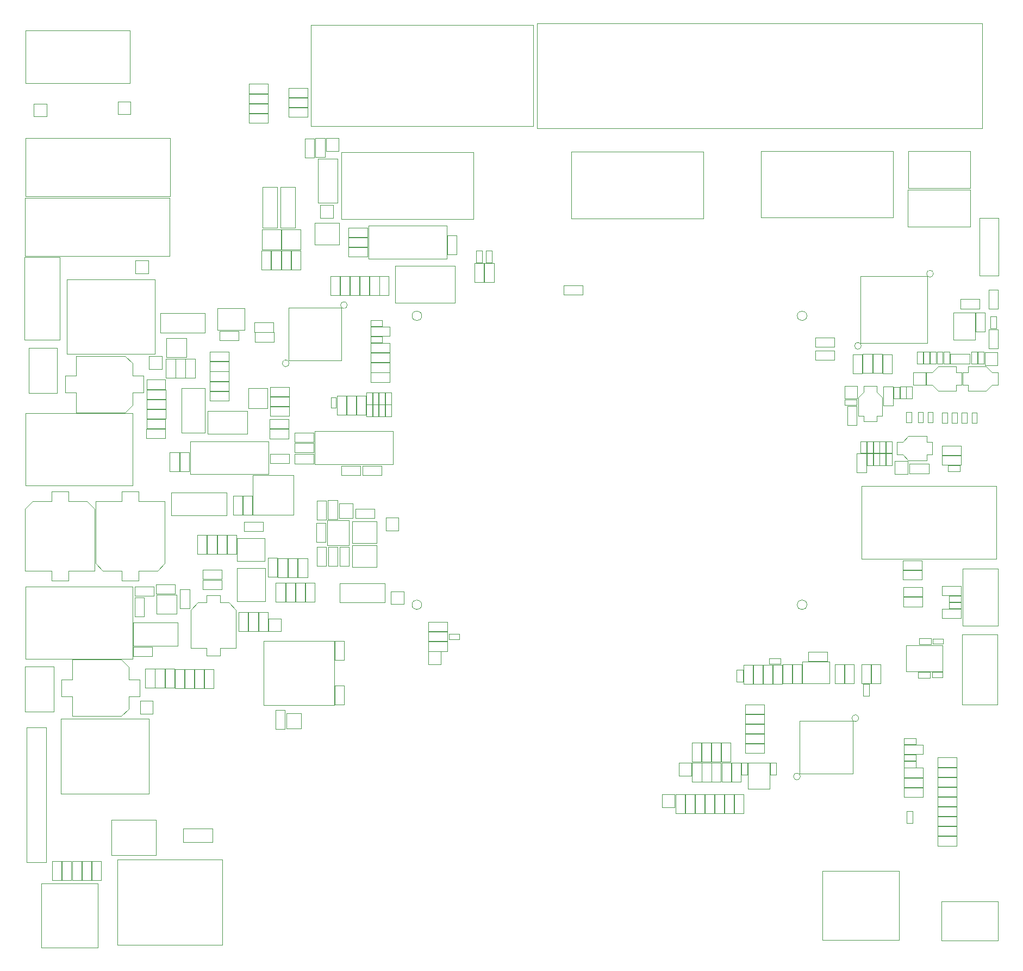
<source format=gbr>
G04 #@! TF.GenerationSoftware,KiCad,Pcbnew,8.0.0-rc1*
G04 #@! TF.CreationDate,2024-10-18T14:45:25+03:00*
G04 #@! TF.ProjectId,Movita_3568_XV_Router_V4.1,4d6f7669-7461-45f3-9335-36385f58565f,REV1*
G04 #@! TF.SameCoordinates,Original*
G04 #@! TF.FileFunction,Other,User*
%FSLAX46Y46*%
G04 Gerber Fmt 4.6, Leading zero omitted, Abs format (unit mm)*
G04 Created by KiCad (PCBNEW 8.0.0-rc1) date 2024-10-18 14:45:25*
%MOMM*%
%LPD*%
G01*
G04 APERTURE LIST*
%ADD10C,0.050000*%
%ADD11C,0.100000*%
G04 APERTURE END LIST*
D10*
X191830000Y-141970000D02*
X194790000Y-141970000D01*
X191830000Y-143430000D02*
X191830000Y-141970000D01*
X194790000Y-141970000D02*
X194790000Y-143430000D01*
X194790000Y-143430000D02*
X191830000Y-143430000D01*
X191710000Y-75720000D02*
X192630000Y-75720000D01*
X191710000Y-77540000D02*
X191710000Y-75720000D01*
X192630000Y-75720000D02*
X192630000Y-77540000D01*
X192630000Y-77540000D02*
X191710000Y-77540000D01*
X181810000Y-89650000D02*
X182730000Y-89650000D01*
X181810000Y-91470000D02*
X181810000Y-89650000D01*
X182730000Y-89650000D02*
X182730000Y-91470000D01*
X182730000Y-91470000D02*
X181810000Y-91470000D01*
X103510000Y-77435000D02*
X106470000Y-77435000D01*
X103510000Y-78895000D02*
X103510000Y-77435000D01*
X106470000Y-77435000D02*
X106470000Y-78895000D01*
X106470000Y-78895000D02*
X103510000Y-78895000D01*
X103500000Y-70810000D02*
X105320000Y-70810000D01*
X103500000Y-71730000D02*
X103500000Y-70810000D01*
X105320000Y-70810000D02*
X105320000Y-71730000D01*
X105320000Y-71730000D02*
X103500000Y-71730000D01*
X165760000Y-139720000D02*
X166700000Y-139720000D01*
X165760000Y-141580000D02*
X165760000Y-139720000D01*
X166700000Y-139720000D02*
X166700000Y-141580000D01*
X166700000Y-141580000D02*
X165760000Y-141580000D01*
X103510000Y-73310000D02*
X105330000Y-73310000D01*
X103510000Y-74230000D02*
X103510000Y-73310000D01*
X105330000Y-73310000D02*
X105330000Y-74230000D01*
X105330000Y-74230000D02*
X103510000Y-74230000D01*
X88060000Y-59920711D02*
X89520000Y-59920711D01*
X88060000Y-62880711D02*
X88060000Y-59920711D01*
X89520000Y-59920711D02*
X89520000Y-62880711D01*
X89520000Y-62880711D02*
X88060000Y-62880711D01*
X191170000Y-63540000D02*
G75*
G02*
X190110000Y-63540000I-530000J0D01*
G01*
X190110000Y-63540000D02*
G75*
G02*
X191170000Y-63540000I530000J0D01*
G01*
X192540000Y-91860000D02*
X195500000Y-91860000D01*
X192540000Y-93320000D02*
X192540000Y-91860000D01*
X195500000Y-91860000D02*
X195500000Y-93320000D01*
X195500000Y-93320000D02*
X192540000Y-93320000D01*
X88710000Y-131520000D02*
X90170000Y-131520000D01*
X88710000Y-134480000D02*
X88710000Y-131520000D01*
X90170000Y-131520000D02*
X90170000Y-134480000D01*
X90170000Y-134480000D02*
X88710000Y-134480000D01*
X98930000Y-44640000D02*
X119520000Y-44640000D01*
X119520000Y-55040000D01*
X98930000Y-55040000D01*
X98930000Y-44640000D01*
X64140000Y-36720000D02*
X64140000Y-38720000D01*
X64140000Y-36720000D02*
X66140000Y-36720000D01*
X66140000Y-38720000D02*
X64140000Y-38720000D01*
X66140000Y-38720000D02*
X66140000Y-36720000D01*
X86040000Y-116270000D02*
X87500000Y-116270000D01*
X86040000Y-119230000D02*
X86040000Y-116270000D01*
X87500000Y-116270000D02*
X87500000Y-119230000D01*
X87500000Y-119230000D02*
X86040000Y-119230000D01*
X186580000Y-135930000D02*
X188440000Y-135930000D01*
X186580000Y-136870000D02*
X186580000Y-135930000D01*
X188440000Y-135930000D02*
X188440000Y-136870000D01*
X188440000Y-136870000D02*
X186580000Y-136870000D01*
X183810000Y-91540000D02*
X184730000Y-91540000D01*
X183810000Y-93360000D02*
X183810000Y-91540000D01*
X184730000Y-91540000D02*
X184730000Y-93360000D01*
X184730000Y-93360000D02*
X183810000Y-93360000D01*
X87755000Y-86210000D02*
X90715000Y-86210000D01*
X87755000Y-87670000D02*
X87755000Y-86210000D01*
X90715000Y-86210000D02*
X90715000Y-87670000D01*
X90715000Y-87670000D02*
X87755000Y-87670000D01*
X91140000Y-59920000D02*
X92600000Y-59920000D01*
X91140000Y-62880000D02*
X91140000Y-59920000D01*
X92600000Y-59920000D02*
X92600000Y-62880000D01*
X92600000Y-62880000D02*
X91140000Y-62880000D01*
X83610000Y-98105000D02*
X85070000Y-98105000D01*
X83610000Y-101065000D02*
X83610000Y-98105000D01*
X85070000Y-98105000D02*
X85070000Y-101065000D01*
X85070000Y-101065000D02*
X83610000Y-101065000D01*
D11*
X187190000Y-50490000D02*
X196890000Y-50490000D01*
X187190000Y-56190000D02*
X187190000Y-50490000D01*
X196890000Y-50490000D02*
X196890000Y-56190000D01*
X196890000Y-56190000D02*
X187190000Y-56190000D01*
D10*
X70090000Y-111940000D02*
X73050000Y-111940000D01*
X70090000Y-113400000D02*
X70090000Y-111940000D01*
X73050000Y-111940000D02*
X73050000Y-113400000D01*
X73050000Y-113400000D02*
X70090000Y-113400000D01*
X69940000Y-125095000D02*
X71400000Y-125095000D01*
X69940000Y-128055000D02*
X69940000Y-125095000D01*
X71400000Y-125095000D02*
X71400000Y-128055000D01*
X71400000Y-128055000D02*
X69940000Y-128055000D01*
D11*
X66527500Y-117870000D02*
X73452500Y-117870000D01*
X66527500Y-121520000D02*
X66527500Y-117870000D01*
X73452500Y-117870000D02*
X73452500Y-121520000D01*
X73452500Y-121520000D02*
X66527500Y-121520000D01*
D10*
X179940000Y-74780000D02*
G75*
G02*
X178880000Y-74780000I-530000J0D01*
G01*
X178880000Y-74780000D02*
G75*
G02*
X179940000Y-74780000I530000J0D01*
G01*
X66890000Y-61480000D02*
X66890000Y-63480000D01*
X66890000Y-61480000D02*
X68890000Y-61480000D01*
X68890000Y-63480000D02*
X66890000Y-63480000D01*
X68890000Y-63480000D02*
X68890000Y-61480000D01*
X192540000Y-115720000D02*
X195500000Y-115720000D01*
X192540000Y-117180000D02*
X192540000Y-115720000D01*
X195500000Y-115720000D02*
X195500000Y-117180000D01*
X195500000Y-117180000D02*
X192540000Y-117180000D01*
X170342500Y-133170000D02*
X170342500Y-141410000D01*
X170342500Y-141410000D02*
X178582500Y-141410000D01*
X178582500Y-133170000D02*
X170342500Y-133170000D01*
X178582500Y-141410000D02*
X178582500Y-133170000D01*
X71480000Y-125095000D02*
X72940000Y-125095000D01*
X71480000Y-128055000D02*
X71480000Y-125095000D01*
X72940000Y-125095000D02*
X72940000Y-128055000D01*
X72940000Y-128055000D02*
X71480000Y-128055000D01*
X193800000Y-76040000D02*
X196800000Y-76040000D01*
X193800000Y-77540000D02*
X193800000Y-76040000D01*
X196800000Y-76040000D02*
X196800000Y-77540000D01*
X196800000Y-77540000D02*
X193800000Y-77540000D01*
X112470000Y-120850000D02*
X115430000Y-120850000D01*
X112470000Y-122310000D02*
X112470000Y-120850000D01*
X115430000Y-120850000D02*
X115430000Y-122310000D01*
X115430000Y-122310000D02*
X112470000Y-122310000D01*
X188980000Y-120320000D02*
X190840000Y-120320000D01*
X188980000Y-121260000D02*
X188980000Y-120320000D01*
X190840000Y-120320000D02*
X190840000Y-121260000D01*
X190840000Y-121260000D02*
X188980000Y-121260000D01*
X67590000Y-130080000D02*
X67590000Y-132080000D01*
X67590000Y-130080000D02*
X69590000Y-130080000D01*
X69590000Y-132080000D02*
X67590000Y-132080000D01*
X69590000Y-132080000D02*
X69590000Y-130080000D01*
X84540000Y-35540000D02*
X87500000Y-35540000D01*
X84540000Y-37000000D02*
X84540000Y-35540000D01*
X87500000Y-35540000D02*
X87500000Y-37000000D01*
X87500000Y-37000000D02*
X84540000Y-37000000D01*
X84570000Y-37090000D02*
X87530000Y-37090000D01*
X84570000Y-38550000D02*
X84570000Y-37090000D01*
X87530000Y-37090000D02*
X87530000Y-38550000D01*
X87530000Y-38550000D02*
X84570000Y-38550000D01*
X119680000Y-61870000D02*
X121140000Y-61870000D01*
X119680000Y-64830000D02*
X119680000Y-61870000D01*
X121140000Y-61870000D02*
X121140000Y-64830000D01*
X121140000Y-64830000D02*
X119680000Y-64830000D01*
X103515000Y-71790000D02*
X106475000Y-71790000D01*
X103515000Y-73250000D02*
X103515000Y-71790000D01*
X106475000Y-71790000D02*
X106475000Y-73250000D01*
X106475000Y-73250000D02*
X103515000Y-73250000D01*
X73020000Y-125125000D02*
X74480000Y-125125000D01*
X73020000Y-128085000D02*
X73020000Y-125125000D01*
X74480000Y-125125000D02*
X74480000Y-128085000D01*
X74480000Y-128085000D02*
X73020000Y-128085000D01*
X183390000Y-81150000D02*
X184850000Y-81150000D01*
X183390000Y-84110000D02*
X183390000Y-81150000D01*
X184850000Y-81150000D02*
X184850000Y-84110000D01*
X184850000Y-84110000D02*
X183390000Y-84110000D01*
X103380000Y-63925000D02*
X104840000Y-63925000D01*
X103380000Y-66885000D02*
X103380000Y-63925000D01*
X104840000Y-63925000D02*
X104840000Y-66885000D01*
X104840000Y-66885000D02*
X103380000Y-66885000D01*
D11*
X187220000Y-44500000D02*
X196920000Y-44500000D01*
X187220000Y-50200000D02*
X187220000Y-44500000D01*
X196920000Y-44500000D02*
X196920000Y-50200000D01*
X196920000Y-50200000D02*
X187220000Y-50200000D01*
D10*
X68615000Y-81600000D02*
X71575000Y-81600000D01*
X68615000Y-83060000D02*
X68615000Y-81600000D01*
X71575000Y-81600000D02*
X71575000Y-83060000D01*
X71575000Y-83060000D02*
X68615000Y-83060000D01*
X154050000Y-144645000D02*
X155510000Y-144645000D01*
X154050000Y-147605000D02*
X154050000Y-144645000D01*
X155510000Y-144645000D02*
X155510000Y-147605000D01*
X155510000Y-147605000D02*
X154050000Y-147605000D01*
X179541507Y-132760000D02*
G75*
G02*
X178478493Y-132760000I-531507J0D01*
G01*
X178478493Y-132760000D02*
G75*
G02*
X179541507Y-132760000I531507J0D01*
G01*
X86830000Y-120730000D02*
X97830000Y-120730000D01*
X86830000Y-130730000D02*
X86830000Y-120730000D01*
X97830000Y-120730000D02*
X97830000Y-130730000D01*
X97830000Y-130730000D02*
X86830000Y-130730000D01*
X169230000Y-124425000D02*
X170690000Y-124425000D01*
X169230000Y-127385000D02*
X169230000Y-124425000D01*
X170690000Y-124425000D02*
X170690000Y-127385000D01*
X170690000Y-127385000D02*
X169230000Y-127385000D01*
X96890000Y-106095000D02*
X98350000Y-106095000D01*
X96890000Y-109055000D02*
X96890000Y-106095000D01*
X98350000Y-106095000D02*
X98350000Y-109055000D01*
X98350000Y-109055000D02*
X96890000Y-109055000D01*
X86550000Y-56665711D02*
X86550000Y-59815711D01*
X86550000Y-56665711D02*
X89550000Y-56665711D01*
X86550000Y-59815711D02*
X89550000Y-59815711D01*
X89550000Y-56665711D02*
X89550000Y-59815711D01*
X98930000Y-93460000D02*
X101890000Y-93460000D01*
X98930000Y-94920000D02*
X98930000Y-93460000D01*
X101890000Y-93460000D02*
X101890000Y-94920000D01*
X101890000Y-94920000D02*
X98930000Y-94920000D01*
X188600000Y-75740000D02*
X189520000Y-75740000D01*
X188600000Y-77560000D02*
X188600000Y-75740000D01*
X189520000Y-75740000D02*
X189520000Y-77560000D01*
X189520000Y-77560000D02*
X188600000Y-77560000D01*
X70135000Y-113510000D02*
X70135000Y-116510000D01*
X73285000Y-113510000D02*
X70135000Y-113510000D01*
X73285000Y-113510000D02*
X73285000Y-116510000D01*
X73285000Y-116510000D02*
X70135000Y-116510000D01*
X193340000Y-85152500D02*
X192540000Y-85152500D01*
X192540000Y-86752500D01*
X193340000Y-86752500D01*
X193340000Y-85152500D01*
X104875000Y-63925000D02*
X106335000Y-63925000D01*
X104875000Y-66885000D02*
X104875000Y-63925000D01*
X106335000Y-63925000D02*
X106335000Y-66885000D01*
X106335000Y-66885000D02*
X104875000Y-66885000D01*
X90285000Y-111687500D02*
X91745000Y-111687500D01*
X90285000Y-114647500D02*
X90285000Y-111687500D01*
X91745000Y-111687500D02*
X91745000Y-114647500D01*
X91745000Y-114647500D02*
X90285000Y-114647500D01*
X151000000Y-144645000D02*
X152460000Y-144645000D01*
X151000000Y-147605000D02*
X151000000Y-144645000D01*
X152460000Y-144645000D02*
X152460000Y-147605000D01*
X152460000Y-147605000D02*
X151000000Y-147605000D01*
X157090000Y-144645000D02*
X158550000Y-144645000D01*
X157090000Y-147605000D02*
X157090000Y-144645000D01*
X158550000Y-144645000D02*
X158550000Y-147605000D01*
X158550000Y-147605000D02*
X157090000Y-147605000D01*
X191830000Y-140440000D02*
X194790000Y-140440000D01*
X191830000Y-141900000D02*
X191830000Y-140440000D01*
X194790000Y-140440000D02*
X194790000Y-141900000D01*
X194790000Y-141900000D02*
X191830000Y-141900000D01*
X66790000Y-114010000D02*
X68250000Y-114010000D01*
X66790000Y-116970000D02*
X66790000Y-114010000D01*
X68250000Y-114010000D02*
X68250000Y-116970000D01*
X68250000Y-116970000D02*
X66790000Y-116970000D01*
X199800000Y-72190000D02*
X201260000Y-72190000D01*
X199800000Y-75150000D02*
X199800000Y-72190000D01*
X201260000Y-72190000D02*
X201260000Y-75150000D01*
X201260000Y-75150000D02*
X199800000Y-75150000D01*
X103510000Y-75885000D02*
X106470000Y-75885000D01*
X103510000Y-77345000D02*
X103510000Y-75885000D01*
X106470000Y-75885000D02*
X106470000Y-77345000D01*
X106470000Y-77345000D02*
X103510000Y-77345000D01*
X160540000Y-125260000D02*
X161480000Y-125260000D01*
X160540000Y-127120000D02*
X160540000Y-125260000D01*
X161480000Y-125260000D02*
X161480000Y-127120000D01*
X161480000Y-127120000D02*
X160540000Y-127120000D01*
X164650000Y-124430000D02*
X166110000Y-124430000D01*
X164650000Y-127390000D02*
X164650000Y-124430000D01*
X166110000Y-124430000D02*
X166110000Y-127390000D01*
X166110000Y-127390000D02*
X164650000Y-127390000D01*
X99782500Y-82590000D02*
X101242500Y-82590000D01*
X99782500Y-85550000D02*
X99782500Y-82590000D01*
X101242500Y-82590000D02*
X101242500Y-85550000D01*
X101242500Y-85550000D02*
X99782500Y-85550000D01*
X87630000Y-89630000D02*
X75430000Y-89630000D01*
X75430000Y-94730000D01*
X87630000Y-94730000D01*
X87630000Y-89630000D01*
X156630000Y-139700000D02*
X158090000Y-139700000D01*
X156630000Y-142660000D02*
X156630000Y-139700000D01*
X158090000Y-139700000D02*
X158090000Y-142660000D01*
X158090000Y-142660000D02*
X156630000Y-142660000D01*
X74560000Y-125130000D02*
X76020000Y-125130000D01*
X74560000Y-128090000D02*
X74560000Y-125130000D01*
X76020000Y-125130000D02*
X76020000Y-128090000D01*
X76020000Y-128090000D02*
X74560000Y-128090000D01*
X183800000Y-89640000D02*
X184720000Y-89640000D01*
X183800000Y-91460000D02*
X183800000Y-89640000D01*
X184720000Y-89640000D02*
X184720000Y-91460000D01*
X184720000Y-91460000D02*
X183800000Y-91460000D01*
X128865000Y-40570000D02*
X94215000Y-40570000D01*
X94215000Y-24820000D01*
X128865000Y-24820000D01*
X128865000Y-40570000D01*
X170440848Y-141840000D02*
G75*
G02*
X169379152Y-141840000I-530848J0D01*
G01*
X169379152Y-141840000D02*
G75*
G02*
X170440848Y-141840000I530848J0D01*
G01*
X100320000Y-63955000D02*
X101780000Y-63955000D01*
X100320000Y-66915000D02*
X100320000Y-63955000D01*
X101780000Y-63955000D02*
X101780000Y-66915000D01*
X101780000Y-66915000D02*
X100320000Y-66915000D01*
X195630000Y-119710000D02*
X195630000Y-130610000D01*
X195630000Y-130610000D02*
X201130000Y-130610000D01*
X201130000Y-119710000D02*
X195630000Y-119710000D01*
X201130000Y-130610000D02*
X201130000Y-119710000D01*
X182810000Y-89650000D02*
X183730000Y-89650000D01*
X182810000Y-91470000D02*
X182810000Y-89650000D01*
X183730000Y-89650000D02*
X183730000Y-91470000D01*
X183730000Y-91470000D02*
X182810000Y-91470000D01*
X49940000Y-134220000D02*
X49940000Y-155220000D01*
X49940000Y-155220000D02*
X52940000Y-155220000D01*
X52940000Y-134220000D02*
X49940000Y-134220000D01*
X52940000Y-155220000D02*
X52940000Y-134220000D01*
X90730000Y-36140000D02*
X93690000Y-36140000D01*
X90730000Y-37600000D02*
X90730000Y-36140000D01*
X93690000Y-36140000D02*
X93690000Y-37600000D01*
X93690000Y-37600000D02*
X90730000Y-37600000D01*
X112470000Y-122380000D02*
X112470000Y-124380000D01*
X112470000Y-122380000D02*
X114470000Y-122380000D01*
X114470000Y-124380000D02*
X112470000Y-124380000D01*
X114470000Y-124380000D02*
X114470000Y-122380000D01*
X87840000Y-82730000D02*
X90800000Y-82730000D01*
X87840000Y-84190000D02*
X87840000Y-82730000D01*
X90800000Y-82730000D02*
X90800000Y-84190000D01*
X90800000Y-84190000D02*
X87840000Y-84190000D01*
X111460000Y-70100000D02*
G75*
G02*
X109960000Y-70100000I-750000J0D01*
G01*
X109960000Y-70100000D02*
G75*
G02*
X111460000Y-70100000I750000J0D01*
G01*
X98142500Y-82847500D02*
X97342500Y-82847500D01*
X97342500Y-84447500D01*
X98142500Y-84447500D01*
X98142500Y-82847500D01*
X186420000Y-108170000D02*
X189380000Y-108170000D01*
X186420000Y-109630000D02*
X186420000Y-108170000D01*
X189380000Y-108170000D02*
X189380000Y-109630000D01*
X189380000Y-109630000D02*
X186420000Y-109630000D01*
X173850000Y-156590000D02*
X185850000Y-156590000D01*
X185850000Y-167270000D01*
X173850000Y-167270000D01*
X173850000Y-156590000D01*
X177380000Y-83110000D02*
X179200000Y-83110000D01*
X177380000Y-84030000D02*
X177380000Y-83110000D01*
X179200000Y-83110000D02*
X179200000Y-84030000D01*
X179200000Y-84030000D02*
X177380000Y-84030000D01*
X197070000Y-75730000D02*
X197990000Y-75730000D01*
X197070000Y-77550000D02*
X197070000Y-75730000D01*
X197990000Y-75730000D02*
X197990000Y-77550000D01*
X197990000Y-77550000D02*
X197070000Y-77550000D01*
X68600000Y-80050000D02*
X71560000Y-80050000D01*
X68600000Y-81510000D02*
X68600000Y-80050000D01*
X71560000Y-80050000D02*
X71560000Y-81510000D01*
X71560000Y-81510000D02*
X68600000Y-81510000D01*
X102850000Y-83955000D02*
X103770000Y-83955000D01*
X102850000Y-85775000D02*
X102850000Y-83955000D01*
X103770000Y-83955000D02*
X103770000Y-85775000D01*
X103770000Y-85775000D02*
X102850000Y-85775000D01*
D11*
X165615000Y-123450000D02*
X167345000Y-123450000D01*
X165615000Y-124280000D02*
X165615000Y-123450000D01*
X167345000Y-123450000D02*
X167345000Y-124280000D01*
X167345000Y-124280000D02*
X165615000Y-124280000D01*
D10*
X193610000Y-113690000D02*
X195470000Y-113690000D01*
X193610000Y-114630000D02*
X193610000Y-113690000D01*
X195470000Y-113690000D02*
X195470000Y-114630000D01*
X195470000Y-114630000D02*
X193610000Y-114630000D01*
X68585000Y-87710000D02*
X71545000Y-87710000D01*
X68585000Y-89170000D02*
X68585000Y-87710000D01*
X71545000Y-87710000D02*
X71545000Y-89170000D01*
X71545000Y-89170000D02*
X68585000Y-89170000D01*
X121240000Y-61890000D02*
X122700000Y-61890000D01*
X121240000Y-64850000D02*
X121240000Y-61890000D01*
X122700000Y-61890000D02*
X122700000Y-64850000D01*
X122700000Y-64850000D02*
X121240000Y-64850000D01*
X90650000Y-107855000D02*
X92110000Y-107855000D01*
X90650000Y-110815000D02*
X90650000Y-107855000D01*
X92110000Y-107855000D02*
X92110000Y-110815000D01*
X92110000Y-110815000D02*
X90650000Y-110815000D01*
X167700000Y-124425000D02*
X169160000Y-124425000D01*
X167700000Y-127385000D02*
X167700000Y-124425000D01*
X169160000Y-124425000D02*
X169160000Y-127385000D01*
X169160000Y-127385000D02*
X167700000Y-127385000D01*
X171460000Y-70100000D02*
G75*
G02*
X169960000Y-70100000I-750000J0D01*
G01*
X169960000Y-70100000D02*
G75*
G02*
X171460000Y-70100000I750000J0D01*
G01*
X159720000Y-139695000D02*
X161180000Y-139695000D01*
X159720000Y-142655000D02*
X159720000Y-139695000D01*
X161180000Y-139695000D02*
X161180000Y-142655000D01*
X161180000Y-142655000D02*
X159720000Y-142655000D01*
X101170000Y-100155000D02*
X104130000Y-100155000D01*
X101170000Y-101615000D02*
X101170000Y-100155000D01*
X104130000Y-100155000D02*
X104130000Y-101615000D01*
X104130000Y-101615000D02*
X101170000Y-101615000D01*
X190992500Y-125610000D02*
X192592500Y-125610000D01*
X192592500Y-126410000D01*
X190992500Y-126410000D01*
X190992500Y-125610000D01*
X181810000Y-91550000D02*
X182730000Y-91550000D01*
X181810000Y-93370000D02*
X181810000Y-91550000D01*
X182730000Y-91550000D02*
X182730000Y-93370000D01*
X182730000Y-93370000D02*
X181810000Y-93370000D01*
X90700000Y-68840000D02*
X90700000Y-77080000D01*
X90700000Y-77080000D02*
X98940000Y-77080000D01*
X98940000Y-68840000D02*
X90700000Y-68840000D01*
X98940000Y-77080000D02*
X98940000Y-68840000D01*
X106680000Y-113020000D02*
X106680000Y-115020000D01*
X106680000Y-113020000D02*
X108680000Y-113020000D01*
X108680000Y-115020000D02*
X106680000Y-115020000D01*
X108680000Y-115020000D02*
X108680000Y-113020000D01*
X95130000Y-106095000D02*
X96590000Y-106095000D01*
X95130000Y-109055000D02*
X95130000Y-106095000D01*
X96590000Y-106095000D02*
X96590000Y-109055000D01*
X96590000Y-109055000D02*
X95130000Y-109055000D01*
X199180000Y-75790000D02*
X199180000Y-77790000D01*
X199180000Y-75790000D02*
X201180000Y-75790000D01*
X201180000Y-77790000D02*
X199180000Y-77790000D01*
X201180000Y-77790000D02*
X201180000Y-75790000D01*
X191820000Y-145010000D02*
X194780000Y-145010000D01*
X191820000Y-146470000D02*
X191820000Y-145010000D01*
X194780000Y-145010000D02*
X194780000Y-146470000D01*
X194780000Y-146470000D02*
X191820000Y-146470000D01*
X88920000Y-50070000D02*
X86650000Y-50070000D01*
X86650000Y-56410000D01*
X88920000Y-56410000D01*
X88920000Y-50070000D01*
X72220000Y-91360000D02*
X73680000Y-91360000D01*
X72220000Y-94320000D02*
X72220000Y-91360000D01*
X73680000Y-91360000D02*
X73680000Y-94320000D01*
X73680000Y-94320000D02*
X72220000Y-94320000D01*
X74320000Y-149950000D02*
X78910000Y-149950000D01*
X78910000Y-152070000D01*
X74320000Y-152070000D01*
X74320000Y-149950000D01*
X171680000Y-122440000D02*
X174640000Y-122440000D01*
X171680000Y-123900000D02*
X171680000Y-122440000D01*
X174640000Y-122440000D02*
X174640000Y-123900000D01*
X174640000Y-123900000D02*
X171680000Y-123900000D01*
X95070000Y-102365000D02*
X96530000Y-102365000D01*
X95070000Y-105325000D02*
X95070000Y-102365000D01*
X96530000Y-102365000D02*
X96530000Y-105325000D01*
X96530000Y-105325000D02*
X95070000Y-105325000D01*
X192500000Y-112150000D02*
X195460000Y-112150000D01*
X192500000Y-113610000D02*
X192500000Y-112150000D01*
X195460000Y-112150000D02*
X195460000Y-113610000D01*
X195460000Y-113610000D02*
X192500000Y-113610000D01*
X171460000Y-115100000D02*
G75*
G02*
X169960000Y-115100000I-750000J0D01*
G01*
X169960000Y-115100000D02*
G75*
G02*
X171460000Y-115100000I750000J0D01*
G01*
X96560000Y-42460000D02*
X96560000Y-44460000D01*
X96560000Y-42460000D02*
X98560000Y-42460000D01*
X98560000Y-44460000D02*
X96560000Y-44460000D01*
X98560000Y-44460000D02*
X98560000Y-42460000D01*
X103490000Y-78955000D02*
X106450000Y-78955000D01*
X103490000Y-80415000D02*
X103490000Y-78955000D01*
X106450000Y-78955000D02*
X106450000Y-80415000D01*
X106450000Y-80415000D02*
X103490000Y-80415000D01*
X84530000Y-34000000D02*
X87490000Y-34000000D01*
X84530000Y-35460000D02*
X84530000Y-34000000D01*
X87490000Y-34000000D02*
X87490000Y-35460000D01*
X87490000Y-35460000D02*
X84530000Y-35460000D01*
D11*
X49750000Y-42460000D02*
X49750000Y-51460000D01*
X49750000Y-51460000D02*
X72250000Y-51460000D01*
X72250000Y-42460000D02*
X49750000Y-42460000D01*
X72250000Y-51460000D02*
X72250000Y-42460000D01*
D10*
X85460000Y-72680000D02*
X88420000Y-72680000D01*
X85460000Y-74140000D02*
X85460000Y-72680000D01*
X88420000Y-72680000D02*
X88420000Y-74140000D01*
X88420000Y-74140000D02*
X85460000Y-74140000D01*
X190220000Y-74360000D02*
X179820000Y-74360000D01*
X179820000Y-63960000D01*
X190220000Y-63960000D01*
X190220000Y-74360000D01*
X194255000Y-69630000D02*
X194255000Y-73830000D01*
X194255000Y-73830000D02*
X197655000Y-73830000D01*
X197655000Y-69630000D02*
X194255000Y-69630000D01*
X197655000Y-73830000D02*
X197655000Y-69630000D01*
X78115000Y-84910000D02*
X78115000Y-88510000D01*
X78115000Y-88510000D02*
X84265000Y-88510000D01*
X84265000Y-84910000D02*
X78115000Y-84910000D01*
X84265000Y-88510000D02*
X84265000Y-84910000D01*
X100090000Y-57900000D02*
X103050000Y-57900000D01*
X100090000Y-59360000D02*
X100090000Y-57900000D01*
X103050000Y-57900000D02*
X103050000Y-59360000D01*
X103050000Y-59360000D02*
X100090000Y-59360000D01*
X53900000Y-155070000D02*
X55360000Y-155070000D01*
X53900000Y-158030000D02*
X53900000Y-155070000D01*
X55360000Y-155070000D02*
X55360000Y-158030000D01*
X55360000Y-158030000D02*
X53900000Y-158030000D01*
X112485000Y-119320000D02*
X115445000Y-119320000D01*
X112485000Y-120780000D02*
X112485000Y-119320000D01*
X115445000Y-119320000D02*
X115445000Y-120780000D01*
X115445000Y-120780000D02*
X112485000Y-120780000D01*
X151510000Y-139730000D02*
X151510000Y-141730000D01*
X151510000Y-139730000D02*
X153510000Y-139730000D01*
X153510000Y-141730000D02*
X151510000Y-141730000D01*
X153510000Y-141730000D02*
X153510000Y-139730000D01*
X188790000Y-125550000D02*
X190650000Y-125550000D01*
X188790000Y-126490000D02*
X188790000Y-125550000D01*
X190650000Y-125550000D02*
X190650000Y-126490000D01*
X190650000Y-126490000D02*
X188790000Y-126490000D01*
X175840000Y-124370000D02*
X177300000Y-124370000D01*
X175840000Y-127330000D02*
X175840000Y-124370000D01*
X177300000Y-124370000D02*
X177300000Y-127330000D01*
X177300000Y-127330000D02*
X175840000Y-127330000D01*
X70720000Y-69710000D02*
X70720000Y-72710000D01*
X70720000Y-72710000D02*
X77720000Y-72710000D01*
X77720000Y-69710000D02*
X70720000Y-69710000D01*
X77720000Y-72710000D02*
X77720000Y-69710000D01*
X178630000Y-76095000D02*
X180090000Y-76095000D01*
X178630000Y-79055000D02*
X178630000Y-76095000D01*
X180090000Y-76095000D02*
X180090000Y-79055000D01*
X180090000Y-79055000D02*
X178630000Y-79055000D01*
X78485000Y-80325000D02*
X81445000Y-80325000D01*
X78485000Y-81785000D02*
X78485000Y-80325000D01*
X81445000Y-80325000D02*
X81445000Y-81785000D01*
X81445000Y-81785000D02*
X78485000Y-81785000D01*
X91810000Y-111705000D02*
X93270000Y-111705000D01*
X91810000Y-114665000D02*
X91810000Y-111705000D01*
X93270000Y-111705000D02*
X93270000Y-114665000D01*
X93270000Y-114665000D02*
X91810000Y-114665000D01*
X84510000Y-116270000D02*
X85970000Y-116270000D01*
X84510000Y-119230000D02*
X84510000Y-116270000D01*
X85970000Y-116270000D02*
X85970000Y-119230000D01*
X85970000Y-119230000D02*
X84510000Y-119230000D01*
X60660000Y-99000000D02*
X64760000Y-99000000D01*
X60660000Y-108650000D02*
X60660000Y-99000000D01*
X61810000Y-109800000D02*
X60660000Y-108650000D01*
X61810000Y-109800000D02*
X64760000Y-109800000D01*
X64760000Y-97450000D02*
X67360000Y-97450000D01*
X64760000Y-99000000D02*
X64760000Y-97450000D01*
X64760000Y-109800000D02*
X64760000Y-111350000D01*
X64760000Y-111350000D02*
X67360000Y-111350000D01*
X67360000Y-97450000D02*
X67360000Y-99000000D01*
X67360000Y-99000000D02*
X71460000Y-99000000D01*
X67360000Y-109800000D02*
X70310000Y-109800000D01*
X67360000Y-111350000D02*
X67360000Y-109800000D01*
X70310000Y-109800000D02*
X71460000Y-108650000D01*
X71460000Y-108650000D02*
X71460000Y-99000000D01*
X158610000Y-144645000D02*
X160070000Y-144645000D01*
X158610000Y-147605000D02*
X158610000Y-144645000D01*
X160070000Y-144645000D02*
X160070000Y-147605000D01*
X160070000Y-147605000D02*
X158610000Y-147605000D01*
X76525000Y-104230000D02*
X77985000Y-104230000D01*
X76525000Y-107190000D02*
X76525000Y-104230000D01*
X77985000Y-104230000D02*
X77985000Y-107190000D01*
X77985000Y-107190000D02*
X76525000Y-107190000D01*
X52220000Y-158510000D02*
X52220000Y-168510000D01*
X52220000Y-158510000D02*
X61020000Y-158510000D01*
X61020000Y-168510000D02*
X52220000Y-168510000D01*
X61020000Y-168510000D02*
X61020000Y-158510000D01*
X191090000Y-85092500D02*
X190290000Y-85092500D01*
X190290000Y-86692500D01*
X191090000Y-86692500D01*
X191090000Y-85092500D01*
X186465000Y-112360000D02*
X189425000Y-112360000D01*
X186465000Y-113820000D02*
X186465000Y-112360000D01*
X189425000Y-112360000D02*
X189425000Y-113820000D01*
X189425000Y-113820000D02*
X186465000Y-113820000D01*
X55920000Y-79445000D02*
X57620000Y-79445000D01*
X55920000Y-82045000D02*
X55920000Y-79445000D01*
X57620000Y-79445000D02*
X57620000Y-76345000D01*
X57620000Y-82045000D02*
X55920000Y-82045000D01*
X57620000Y-85145000D02*
X57620000Y-82045000D01*
X65270000Y-76345000D02*
X57620000Y-76345000D01*
X65270000Y-85145000D02*
X57620000Y-85145000D01*
X66420000Y-77495000D02*
X65270000Y-76345000D01*
X66420000Y-79445000D02*
X66420000Y-77495000D01*
X66420000Y-82045000D02*
X68120000Y-82045000D01*
X66420000Y-83995000D02*
X65270000Y-85145000D01*
X66420000Y-83995000D02*
X66420000Y-82045000D01*
X68120000Y-79445000D02*
X66420000Y-79445000D01*
X68120000Y-82045000D02*
X68120000Y-79445000D01*
X155080000Y-136600000D02*
X156540000Y-136600000D01*
X155080000Y-139560000D02*
X155080000Y-136600000D01*
X156540000Y-136600000D02*
X156540000Y-139560000D01*
X156540000Y-139560000D02*
X155080000Y-139560000D01*
X77395000Y-111230000D02*
X80355000Y-111230000D01*
X77395000Y-112690000D02*
X77395000Y-111230000D01*
X80355000Y-111230000D02*
X80355000Y-112690000D01*
X80355000Y-112690000D02*
X77395000Y-112690000D01*
X161580000Y-124445000D02*
X163040000Y-124445000D01*
X161580000Y-127405000D02*
X161580000Y-124445000D01*
X163040000Y-124445000D02*
X163040000Y-127405000D01*
X163040000Y-127405000D02*
X161580000Y-127405000D01*
X186580000Y-143600000D02*
X189540000Y-143600000D01*
X186580000Y-145060000D02*
X186580000Y-143600000D01*
X189540000Y-143600000D02*
X189540000Y-145060000D01*
X189540000Y-145060000D02*
X186580000Y-145060000D01*
X112490000Y-117800000D02*
X115450000Y-117800000D01*
X112490000Y-119260000D02*
X112490000Y-117800000D01*
X115450000Y-117800000D02*
X115450000Y-119260000D01*
X115450000Y-119260000D02*
X112490000Y-119260000D01*
X88730000Y-111685000D02*
X90190000Y-111685000D01*
X88730000Y-114645000D02*
X88730000Y-111685000D01*
X90190000Y-111685000D02*
X90190000Y-114645000D01*
X90190000Y-114645000D02*
X88730000Y-114645000D01*
X180170000Y-76080000D02*
X181630000Y-76080000D01*
X180170000Y-79040000D02*
X180170000Y-76080000D01*
X181630000Y-76080000D02*
X181630000Y-79040000D01*
X181630000Y-79040000D02*
X180170000Y-79040000D01*
X102220000Y-93440000D02*
X105180000Y-93440000D01*
X102220000Y-94900000D02*
X102220000Y-93440000D01*
X105180000Y-93440000D02*
X105180000Y-94900000D01*
X105180000Y-94900000D02*
X102220000Y-94900000D01*
X115702500Y-119660000D02*
X117302500Y-119660000D01*
X117302500Y-120460000D01*
X115702500Y-120460000D01*
X115702500Y-119660000D01*
X55320000Y-126750000D02*
X57020000Y-126750000D01*
X55320000Y-129350000D02*
X55320000Y-126750000D01*
X57020000Y-126750000D02*
X57020000Y-123650000D01*
X57020000Y-129350000D02*
X55320000Y-129350000D01*
X57020000Y-132450000D02*
X57020000Y-129350000D01*
X64670000Y-123650000D02*
X57020000Y-123650000D01*
X64670000Y-132450000D02*
X57020000Y-132450000D01*
X65820000Y-124800000D02*
X64670000Y-123650000D01*
X65820000Y-126750000D02*
X65820000Y-124800000D01*
X65820000Y-129350000D02*
X67520000Y-129350000D01*
X65820000Y-131300000D02*
X64670000Y-132450000D01*
X65820000Y-131300000D02*
X65820000Y-129350000D01*
X67520000Y-126750000D02*
X65820000Y-126750000D01*
X67520000Y-129350000D02*
X67520000Y-126750000D01*
X158180000Y-139705000D02*
X159640000Y-139705000D01*
X158180000Y-142665000D02*
X158180000Y-139705000D01*
X159640000Y-139705000D02*
X159640000Y-142665000D01*
X159640000Y-142665000D02*
X158180000Y-142665000D01*
X180810000Y-91540000D02*
X181730000Y-91540000D01*
X180810000Y-93360000D02*
X180810000Y-91540000D01*
X181730000Y-91540000D02*
X181730000Y-93360000D01*
X181730000Y-93360000D02*
X180810000Y-93360000D01*
X192535000Y-90330000D02*
X195495000Y-90330000D01*
X192535000Y-91790000D02*
X192535000Y-90330000D01*
X195495000Y-90330000D02*
X195495000Y-91790000D01*
X195495000Y-91790000D02*
X192535000Y-91790000D01*
X192410000Y-161308750D02*
X201210000Y-161308750D01*
X192410000Y-167408750D02*
X192410000Y-161308750D01*
X192410000Y-167408750D02*
X201210000Y-167408750D01*
X201210000Y-161308750D02*
X201210000Y-167408750D01*
X78495000Y-75720000D02*
X81455000Y-75720000D01*
X78495000Y-77180000D02*
X78495000Y-75720000D01*
X81455000Y-75720000D02*
X81455000Y-77180000D01*
X81455000Y-77180000D02*
X78495000Y-77180000D01*
X186420000Y-109730000D02*
X189380000Y-109730000D01*
X186420000Y-111190000D02*
X186420000Y-109730000D01*
X189380000Y-109730000D02*
X189380000Y-111190000D01*
X189380000Y-111190000D02*
X186420000Y-111190000D01*
X73830000Y-112710000D02*
X75290000Y-112710000D01*
X73830000Y-115670000D02*
X73830000Y-112710000D01*
X75290000Y-112710000D02*
X75290000Y-115670000D01*
X75290000Y-115670000D02*
X73830000Y-115670000D01*
X195360000Y-67520000D02*
X198320000Y-67520000D01*
X195360000Y-68980000D02*
X195360000Y-67520000D01*
X198320000Y-67520000D02*
X198320000Y-68980000D01*
X198320000Y-68980000D02*
X195360000Y-68980000D01*
X195720000Y-109480000D02*
X195720000Y-118380000D01*
X195720000Y-118380000D02*
X201220000Y-118380000D01*
X201220000Y-109480000D02*
X195720000Y-109480000D01*
X201220000Y-118380000D02*
X201220000Y-109480000D01*
X190630000Y-75720000D02*
X191550000Y-75720000D01*
X190630000Y-77540000D02*
X190630000Y-75720000D01*
X191550000Y-75720000D02*
X191550000Y-77540000D01*
X191550000Y-77540000D02*
X190630000Y-77540000D01*
X155110000Y-139705000D02*
X156570000Y-139705000D01*
X155110000Y-142665000D02*
X155110000Y-139705000D01*
X156570000Y-139705000D02*
X156570000Y-142665000D01*
X156570000Y-142665000D02*
X155110000Y-142665000D01*
X187465000Y-93160000D02*
X190465000Y-93160000D01*
X187465000Y-94660000D02*
X187465000Y-93160000D01*
X190465000Y-93160000D02*
X190465000Y-94660000D01*
X190465000Y-94660000D02*
X187465000Y-94660000D01*
X49710000Y-100150000D02*
X49710000Y-109800000D01*
X50860000Y-99000000D02*
X49710000Y-100150000D01*
X53810000Y-97450000D02*
X53810000Y-99000000D01*
X53810000Y-99000000D02*
X50860000Y-99000000D01*
X53810000Y-109800000D02*
X49710000Y-109800000D01*
X53810000Y-111350000D02*
X53810000Y-109800000D01*
X56410000Y-97450000D02*
X53810000Y-97450000D01*
X56410000Y-99000000D02*
X56410000Y-97450000D01*
X56410000Y-109800000D02*
X56410000Y-111350000D01*
X56410000Y-111350000D02*
X53810000Y-111350000D01*
X59360000Y-99000000D02*
X56410000Y-99000000D01*
X59360000Y-99000000D02*
X60510000Y-100150000D01*
X60510000Y-100150000D02*
X60510000Y-109800000D01*
X60510000Y-109800000D02*
X56410000Y-109800000D01*
X102845000Y-82080000D02*
X103765000Y-82080000D01*
X102845000Y-83900000D02*
X102845000Y-82080000D01*
X103765000Y-82080000D02*
X103765000Y-83900000D01*
X103765000Y-83900000D02*
X102845000Y-83900000D01*
X182810000Y-91550000D02*
X183730000Y-91550000D01*
X182810000Y-93370000D02*
X182810000Y-91550000D01*
X183730000Y-91550000D02*
X183730000Y-93370000D01*
X183730000Y-93370000D02*
X182810000Y-93370000D01*
X153590000Y-139700000D02*
X155050000Y-139700000D01*
X153590000Y-142660000D02*
X153590000Y-139700000D01*
X155050000Y-139700000D02*
X155050000Y-142660000D01*
X155050000Y-142660000D02*
X153590000Y-142660000D01*
X198810000Y-40880000D02*
X129450000Y-40880000D01*
X129450000Y-24560000D01*
X198810000Y-24560000D01*
X198810000Y-40880000D01*
X170750000Y-123985000D02*
X170750000Y-127385000D01*
X170750000Y-127385000D02*
X174950000Y-127385000D01*
X174950000Y-123985000D02*
X170750000Y-123985000D01*
X174950000Y-127385000D02*
X174950000Y-123985000D01*
X104820000Y-83950000D02*
X105740000Y-83950000D01*
X104820000Y-85770000D02*
X104820000Y-83950000D01*
X105740000Y-83950000D02*
X105740000Y-85770000D01*
X105740000Y-85770000D02*
X104820000Y-85770000D01*
X87530000Y-107830000D02*
X88990000Y-107830000D01*
X87530000Y-110790000D02*
X87530000Y-107830000D01*
X88990000Y-107830000D02*
X88990000Y-110790000D01*
X88990000Y-110790000D02*
X87530000Y-110790000D01*
X194860000Y-85172500D02*
X194060000Y-85172500D01*
X194060000Y-86772500D01*
X194860000Y-86772500D01*
X194860000Y-85172500D01*
X49600000Y-60970000D02*
X49600000Y-73870000D01*
X49600000Y-73870000D02*
X55100000Y-73870000D01*
X55100000Y-60970000D02*
X49600000Y-60970000D01*
X55100000Y-73870000D02*
X55100000Y-60970000D01*
X179970000Y-124395000D02*
X181430000Y-124395000D01*
X179970000Y-127355000D02*
X179970000Y-124395000D01*
X181430000Y-124395000D02*
X181430000Y-127355000D01*
X181430000Y-127355000D02*
X179970000Y-127355000D01*
X152520000Y-144645000D02*
X153980000Y-144645000D01*
X152520000Y-147605000D02*
X152520000Y-144645000D01*
X153980000Y-144645000D02*
X153980000Y-147605000D01*
X153980000Y-147605000D02*
X152520000Y-147605000D01*
X105870000Y-101550000D02*
X105870000Y-103550000D01*
X105870000Y-101550000D02*
X107870000Y-101550000D01*
X107870000Y-103550000D02*
X105870000Y-103550000D01*
X107870000Y-103550000D02*
X107870000Y-101550000D01*
X163120000Y-124450000D02*
X164580000Y-124450000D01*
X163120000Y-127410000D02*
X163120000Y-124450000D01*
X164580000Y-124450000D02*
X164580000Y-127410000D01*
X164580000Y-127410000D02*
X163120000Y-127410000D01*
X83835000Y-102220000D02*
X86795000Y-102220000D01*
X83835000Y-103680000D02*
X83835000Y-102220000D01*
X86795000Y-102220000D02*
X86795000Y-103680000D01*
X86795000Y-103680000D02*
X83835000Y-103680000D01*
X51020000Y-37070000D02*
X51020000Y-39070000D01*
X51020000Y-37070000D02*
X53020000Y-37070000D01*
X53020000Y-39070000D02*
X51020000Y-39070000D01*
X53020000Y-39070000D02*
X53020000Y-37070000D01*
X103510000Y-74350000D02*
X106470000Y-74350000D01*
X103510000Y-75810000D02*
X103510000Y-74350000D01*
X106470000Y-74350000D02*
X106470000Y-75810000D01*
X106470000Y-75810000D02*
X103510000Y-75810000D01*
X156600000Y-136595000D02*
X158060000Y-136595000D01*
X156600000Y-139555000D02*
X156600000Y-136595000D01*
X158060000Y-136595000D02*
X158060000Y-139555000D01*
X158060000Y-139555000D02*
X156600000Y-139555000D01*
X191820000Y-148090000D02*
X194780000Y-148090000D01*
X191820000Y-149550000D02*
X191820000Y-148090000D01*
X194780000Y-148090000D02*
X194780000Y-149550000D01*
X194780000Y-149550000D02*
X191820000Y-149550000D01*
X49762500Y-25627500D02*
X49762500Y-33877500D01*
X49762500Y-33877500D02*
X66002500Y-33877500D01*
X66002500Y-25627500D02*
X49762500Y-25627500D01*
X66002500Y-33877500D02*
X66002500Y-25627500D01*
X186580000Y-138460000D02*
X188440000Y-138460000D01*
X186580000Y-139400000D02*
X186580000Y-138460000D01*
X188440000Y-138460000D02*
X188440000Y-139400000D01*
X188440000Y-139400000D02*
X186580000Y-139400000D01*
D11*
X49710000Y-51780000D02*
X49710000Y-60780000D01*
X49710000Y-60780000D02*
X72210000Y-60780000D01*
X72210000Y-51780000D02*
X49710000Y-51780000D01*
X72210000Y-60780000D02*
X72210000Y-51780000D01*
D10*
X94925000Y-42460000D02*
X96385000Y-42460000D01*
X94925000Y-45420000D02*
X94925000Y-42460000D01*
X96385000Y-42460000D02*
X96385000Y-45420000D01*
X96385000Y-45420000D02*
X94925000Y-45420000D01*
X161862500Y-130640000D02*
X164822500Y-130640000D01*
X161862500Y-132100000D02*
X161862500Y-130640000D01*
X164822500Y-130640000D02*
X164822500Y-132100000D01*
X164822500Y-132100000D02*
X161862500Y-132100000D01*
X68605000Y-84635000D02*
X71565000Y-84635000D01*
X68605000Y-86095000D02*
X68605000Y-84635000D01*
X71565000Y-84635000D02*
X71565000Y-86095000D01*
X71565000Y-86095000D02*
X68605000Y-86095000D01*
X185455000Y-89720000D02*
X185455000Y-91720000D01*
X185455000Y-91720000D02*
X186375000Y-91720000D01*
X186375000Y-89720000D02*
X185455000Y-89720000D01*
X186375000Y-89720000D02*
X187275000Y-88820000D01*
X186375000Y-91720000D02*
X187275000Y-92620000D01*
X187275000Y-88820000D02*
X190105000Y-88820000D01*
X187275000Y-92620000D02*
X190105000Y-92620000D01*
X190105000Y-88820000D02*
X190105000Y-89720000D01*
X190105000Y-89720000D02*
X190955000Y-89720000D01*
X190105000Y-91720000D02*
X190105000Y-92620000D01*
X190955000Y-89720000D02*
X190955000Y-91720000D01*
X190955000Y-91720000D02*
X190105000Y-91720000D01*
X75460000Y-115890000D02*
X75460000Y-121840000D01*
X76610000Y-114740000D02*
X75460000Y-115890000D01*
X77960000Y-113590000D02*
X77960000Y-114740000D01*
X77960000Y-114740000D02*
X76610000Y-114740000D01*
X77960000Y-121840000D02*
X75460000Y-121840000D01*
X77960000Y-122990000D02*
X77960000Y-121840000D01*
X80060000Y-113590000D02*
X77960000Y-113590000D01*
X80060000Y-114740000D02*
X80060000Y-113590000D01*
X80060000Y-121840000D02*
X80060000Y-122990000D01*
X80060000Y-122990000D02*
X77960000Y-122990000D01*
X81410000Y-114740000D02*
X80060000Y-114740000D01*
X81410000Y-114740000D02*
X82560000Y-115890000D01*
X82560000Y-115890000D02*
X82560000Y-121840000D01*
X82560000Y-121840000D02*
X80060000Y-121840000D01*
X133600000Y-65330000D02*
X136560000Y-65330000D01*
X133600000Y-66790000D02*
X133600000Y-65330000D01*
X136560000Y-65330000D02*
X136560000Y-66790000D01*
X136560000Y-66790000D02*
X133600000Y-66790000D01*
X192770000Y-75720000D02*
X193690000Y-75720000D01*
X192770000Y-77540000D02*
X192770000Y-75720000D01*
X193690000Y-75720000D02*
X193690000Y-77540000D01*
X193690000Y-77540000D02*
X192770000Y-77540000D01*
X161260000Y-139705000D02*
X162200000Y-139705000D01*
X161260000Y-141565000D02*
X161260000Y-139705000D01*
X162200000Y-139705000D02*
X162200000Y-141565000D01*
X162200000Y-141565000D02*
X161260000Y-141565000D01*
X172810000Y-73520000D02*
X175770000Y-73520000D01*
X172810000Y-74980000D02*
X172810000Y-73520000D01*
X175770000Y-73520000D02*
X175770000Y-74980000D01*
X175770000Y-74980000D02*
X172810000Y-74980000D01*
X90730000Y-34620000D02*
X93690000Y-34620000D01*
X90730000Y-36080000D02*
X90730000Y-34620000D01*
X93690000Y-34620000D02*
X93690000Y-36080000D01*
X93690000Y-36080000D02*
X90730000Y-36080000D01*
X78500000Y-77250000D02*
X81460000Y-77250000D01*
X78500000Y-78710000D02*
X78500000Y-77250000D01*
X81460000Y-77250000D02*
X81460000Y-78710000D01*
X81460000Y-78710000D02*
X78500000Y-78710000D01*
X49767500Y-112270000D02*
X49767500Y-123570000D01*
X49767500Y-123570000D02*
X66417500Y-123570000D01*
X66417500Y-112270000D02*
X49767500Y-112270000D01*
X66417500Y-123570000D02*
X66417500Y-112270000D01*
X66810000Y-112260000D02*
X69770000Y-112260000D01*
X66810000Y-113720000D02*
X66810000Y-112260000D01*
X69770000Y-112260000D02*
X69770000Y-113720000D01*
X69770000Y-113720000D02*
X66810000Y-113720000D01*
X82970000Y-116270000D02*
X84430000Y-116270000D01*
X82970000Y-119230000D02*
X82970000Y-116270000D01*
X84430000Y-116270000D02*
X84430000Y-119230000D01*
X84430000Y-119230000D02*
X82970000Y-119230000D01*
X98610000Y-101640000D02*
X98610000Y-99340000D01*
X98610000Y-101640000D02*
X100710000Y-101640000D01*
X100710000Y-99340000D02*
X98610000Y-99340000D01*
X100710000Y-99340000D02*
X100710000Y-101640000D01*
X103820000Y-82075000D02*
X104740000Y-82075000D01*
X103820000Y-83895000D02*
X103820000Y-82075000D01*
X104740000Y-82075000D02*
X104740000Y-83895000D01*
X104740000Y-83895000D02*
X103820000Y-83895000D01*
X98780000Y-63950000D02*
X100240000Y-63950000D01*
X98780000Y-66910000D02*
X98780000Y-63950000D01*
X100240000Y-63950000D02*
X100240000Y-66910000D01*
X100240000Y-66910000D02*
X98780000Y-66910000D01*
X63160000Y-148580000D02*
X63160000Y-154080000D01*
X63160000Y-154080000D02*
X70060000Y-154080000D01*
X70060000Y-148580000D02*
X63160000Y-148580000D01*
X70060000Y-154080000D02*
X70060000Y-148580000D01*
X81130000Y-104215000D02*
X82590000Y-104215000D01*
X81130000Y-107175000D02*
X81130000Y-104215000D01*
X82590000Y-104215000D02*
X82590000Y-107175000D01*
X82590000Y-107175000D02*
X81130000Y-107175000D01*
X92200000Y-107845000D02*
X93660000Y-107845000D01*
X92200000Y-110805000D02*
X92200000Y-107845000D01*
X93660000Y-107845000D02*
X93660000Y-110805000D01*
X93660000Y-110805000D02*
X92200000Y-110805000D01*
X97920000Y-127710000D02*
X99380000Y-127710000D01*
X97920000Y-130670000D02*
X97920000Y-127710000D01*
X99380000Y-127710000D02*
X99380000Y-130670000D01*
X99380000Y-130670000D02*
X97920000Y-130670000D01*
X84540000Y-38600000D02*
X87500000Y-38600000D01*
X84540000Y-40060000D02*
X84540000Y-38600000D01*
X87500000Y-38600000D02*
X87500000Y-40060000D01*
X87500000Y-40060000D02*
X84540000Y-40060000D01*
X97910000Y-120750000D02*
X99370000Y-120750000D01*
X97910000Y-123710000D02*
X97910000Y-120750000D01*
X99370000Y-120750000D02*
X99370000Y-123710000D01*
X99370000Y-123710000D02*
X97910000Y-123710000D01*
X68600000Y-86160000D02*
X71560000Y-86160000D01*
X68600000Y-87620000D02*
X68600000Y-86160000D01*
X71560000Y-86160000D02*
X71560000Y-87620000D01*
X71560000Y-87620000D02*
X68600000Y-87620000D01*
X105800000Y-83950000D02*
X106720000Y-83950000D01*
X105800000Y-85770000D02*
X105800000Y-83950000D01*
X106720000Y-83950000D02*
X106720000Y-85770000D01*
X106720000Y-85770000D02*
X105800000Y-85770000D01*
X78485000Y-78775000D02*
X81445000Y-78775000D01*
X78485000Y-80235000D02*
X78485000Y-78775000D01*
X81445000Y-78775000D02*
X81445000Y-80235000D01*
X81445000Y-80235000D02*
X78485000Y-80235000D01*
X191840000Y-151160000D02*
X194800000Y-151160000D01*
X191840000Y-152620000D02*
X191840000Y-151160000D01*
X194800000Y-151160000D02*
X194800000Y-152620000D01*
X194800000Y-152620000D02*
X191840000Y-152620000D01*
X100617500Y-102095000D02*
X100617500Y-105495000D01*
X100617500Y-105495000D02*
X104457500Y-105495000D01*
X104457500Y-102095000D02*
X100617500Y-102095000D01*
X104457500Y-105495000D02*
X104457500Y-102095000D01*
X93260000Y-42480000D02*
X94720000Y-42480000D01*
X93260000Y-45440000D02*
X93260000Y-42480000D01*
X94720000Y-42480000D02*
X94720000Y-45440000D01*
X94720000Y-45440000D02*
X93260000Y-45440000D01*
X160130000Y-144645000D02*
X161590000Y-144645000D01*
X160130000Y-147605000D02*
X160130000Y-144645000D01*
X161590000Y-144645000D02*
X161590000Y-147605000D01*
X161590000Y-147605000D02*
X160130000Y-147605000D01*
X119940000Y-59950000D02*
X120880000Y-59950000D01*
X119940000Y-61810000D02*
X119940000Y-59950000D01*
X120880000Y-59950000D02*
X120880000Y-61810000D01*
X120880000Y-61810000D02*
X119940000Y-61810000D01*
X98710000Y-111730000D02*
X98710000Y-114730000D01*
X98710000Y-114730000D02*
X105710000Y-114730000D01*
X105710000Y-111730000D02*
X98710000Y-111730000D01*
X105710000Y-114730000D02*
X105710000Y-111730000D01*
X186970000Y-147250000D02*
X187910000Y-147250000D01*
X186970000Y-149110000D02*
X186970000Y-147250000D01*
X187910000Y-147250000D02*
X187910000Y-149110000D01*
X187910000Y-149110000D02*
X186970000Y-149110000D01*
X189620000Y-75740000D02*
X190540000Y-75740000D01*
X189620000Y-77560000D02*
X189620000Y-75740000D01*
X190540000Y-75740000D02*
X190540000Y-77560000D01*
X190540000Y-77560000D02*
X189620000Y-77560000D01*
X104800000Y-82075000D02*
X105720000Y-82075000D01*
X104800000Y-83895000D02*
X104800000Y-82075000D01*
X105720000Y-82075000D02*
X105720000Y-83895000D01*
X105720000Y-83895000D02*
X104800000Y-83895000D01*
X89620000Y-56650711D02*
X89620000Y-59800711D01*
X89620000Y-56650711D02*
X92620000Y-56650711D01*
X89620000Y-59800711D02*
X92620000Y-59800711D01*
X92620000Y-56650711D02*
X92620000Y-59800711D01*
X79950000Y-72470000D02*
X82910000Y-72470000D01*
X79950000Y-73930000D02*
X79950000Y-72470000D01*
X82910000Y-72470000D02*
X82910000Y-73930000D01*
X82910000Y-73930000D02*
X79950000Y-73930000D01*
X77610000Y-125125000D02*
X79070000Y-125125000D01*
X77610000Y-128085000D02*
X77610000Y-125125000D01*
X79070000Y-125125000D02*
X79070000Y-128085000D01*
X79070000Y-128085000D02*
X77610000Y-128085000D01*
D11*
X186885000Y-121400000D02*
X192585000Y-121400000D01*
X186885000Y-125450000D02*
X186885000Y-121400000D01*
X192585000Y-121400000D02*
X192585000Y-125450000D01*
X192585000Y-125450000D02*
X186885000Y-125450000D01*
D10*
X100650000Y-105827500D02*
X100650000Y-109227500D01*
X100650000Y-109227500D02*
X104490000Y-109227500D01*
X104490000Y-105827500D02*
X100650000Y-105827500D01*
X104490000Y-109227500D02*
X104490000Y-105827500D01*
X177740000Y-84167500D02*
X179200000Y-84167500D01*
X177740000Y-87127500D02*
X177740000Y-84167500D01*
X179200000Y-84167500D02*
X179200000Y-87127500D01*
X179200000Y-87127500D02*
X177740000Y-87127500D01*
X158150000Y-136595000D02*
X159610000Y-136595000D01*
X158150000Y-139555000D02*
X158150000Y-136595000D01*
X159610000Y-136595000D02*
X159610000Y-139555000D01*
X159610000Y-139555000D02*
X158150000Y-139555000D01*
X69020000Y-76380000D02*
X69020000Y-78380000D01*
X69020000Y-76380000D02*
X71020000Y-76380000D01*
X71020000Y-78380000D02*
X69020000Y-78380000D01*
X71020000Y-78380000D02*
X71020000Y-76380000D01*
X91720000Y-50050000D02*
X89450000Y-50050000D01*
X89450000Y-56390000D01*
X91720000Y-56390000D01*
X91720000Y-50050000D01*
X153560000Y-136600000D02*
X155020000Y-136600000D01*
X153560000Y-139560000D02*
X153560000Y-136600000D01*
X155020000Y-136600000D02*
X155020000Y-139560000D01*
X155020000Y-139560000D02*
X153560000Y-139560000D01*
X87860000Y-91630000D02*
X90820000Y-91630000D01*
X87860000Y-93090000D02*
X87860000Y-91630000D01*
X90820000Y-91630000D02*
X90820000Y-93090000D01*
X90820000Y-93090000D02*
X87860000Y-93090000D01*
X183260000Y-76085000D02*
X184720000Y-76085000D01*
X183260000Y-79045000D02*
X183260000Y-76085000D01*
X184720000Y-76085000D02*
X184720000Y-79045000D01*
X184720000Y-79045000D02*
X183260000Y-79045000D01*
X91665000Y-91640000D02*
X94625000Y-91640000D01*
X91665000Y-93100000D02*
X91665000Y-91640000D01*
X94625000Y-91640000D02*
X94625000Y-93100000D01*
X94625000Y-93100000D02*
X91665000Y-93100000D01*
X68605000Y-83120000D02*
X71565000Y-83120000D01*
X68605000Y-84580000D02*
X68605000Y-83120000D01*
X71565000Y-83120000D02*
X71565000Y-84580000D01*
X71565000Y-84580000D02*
X68605000Y-84580000D01*
X186590000Y-136930000D02*
X189550000Y-136930000D01*
X186590000Y-138390000D02*
X186590000Y-136930000D01*
X189550000Y-136930000D02*
X189550000Y-138390000D01*
X189550000Y-138390000D02*
X186590000Y-138390000D01*
X162280000Y-139707500D02*
X162280000Y-143807500D01*
X162280000Y-143807500D02*
X165680000Y-143807500D01*
X165680000Y-139707500D02*
X162280000Y-139707500D01*
X165680000Y-143807500D02*
X165680000Y-139707500D01*
X56205000Y-64435000D02*
X69925000Y-64435000D01*
X69925000Y-76065000D01*
X56205000Y-76065000D01*
X56205000Y-64435000D01*
X74680000Y-76790000D02*
X76140000Y-76790000D01*
X74680000Y-79750000D02*
X74680000Y-76790000D01*
X76140000Y-76790000D02*
X76140000Y-79750000D01*
X76140000Y-79750000D02*
X74680000Y-79750000D01*
X91650000Y-89910000D02*
X94610000Y-89910000D01*
X91650000Y-91370000D02*
X91650000Y-89910000D01*
X94610000Y-89910000D02*
X94610000Y-91370000D01*
X94610000Y-91370000D02*
X91650000Y-91370000D01*
X103150140Y-61182362D02*
X115350140Y-61182362D01*
X115350140Y-56082362D01*
X103150140Y-56082362D01*
X103150140Y-61182362D01*
X87760000Y-87760000D02*
X90720000Y-87760000D01*
X87760000Y-89220000D02*
X87760000Y-87760000D01*
X90720000Y-87760000D02*
X90720000Y-89220000D01*
X90720000Y-89220000D02*
X87760000Y-89220000D01*
X89080000Y-107845000D02*
X90540000Y-107845000D01*
X89080000Y-110805000D02*
X89080000Y-107845000D01*
X90540000Y-107845000D02*
X90540000Y-110805000D01*
X90540000Y-110805000D02*
X89080000Y-110805000D01*
X186960000Y-81150000D02*
X187880000Y-81150000D01*
X186960000Y-82970000D02*
X186960000Y-81150000D01*
X187880000Y-81150000D02*
X187880000Y-82970000D01*
X187880000Y-82970000D02*
X186960000Y-82970000D01*
X97250000Y-63940000D02*
X98710000Y-63940000D01*
X97250000Y-66900000D02*
X97250000Y-63940000D01*
X98710000Y-63940000D02*
X98710000Y-66900000D01*
X98710000Y-66900000D02*
X97250000Y-66900000D01*
X78070000Y-104230000D02*
X79530000Y-104230000D01*
X78070000Y-107190000D02*
X78070000Y-104230000D01*
X79530000Y-104230000D02*
X79530000Y-107190000D01*
X79530000Y-107190000D02*
X78070000Y-107190000D01*
X134770000Y-44530000D02*
X155360000Y-44530000D01*
X155360000Y-54930000D01*
X134770000Y-54930000D01*
X134770000Y-44530000D01*
X193640000Y-114700000D02*
X195500000Y-114700000D01*
X193640000Y-115640000D02*
X193640000Y-114700000D01*
X195500000Y-114700000D02*
X195500000Y-115640000D01*
X195500000Y-115640000D02*
X193640000Y-115640000D01*
X191825000Y-149630000D02*
X194785000Y-149630000D01*
X191825000Y-151090000D02*
X191825000Y-149630000D01*
X194785000Y-149630000D02*
X194785000Y-151090000D01*
X194785000Y-151090000D02*
X191825000Y-151090000D01*
X186590000Y-139490000D02*
X188450000Y-139490000D01*
X186590000Y-140430000D02*
X186590000Y-139490000D01*
X188450000Y-139490000D02*
X188450000Y-140430000D01*
X188450000Y-140430000D02*
X186590000Y-140430000D01*
X107330000Y-62350000D02*
X107330000Y-68070000D01*
X107330000Y-68070000D02*
X116630000Y-68070000D01*
X116630000Y-62350000D02*
X107330000Y-62350000D01*
X116630000Y-68070000D02*
X116630000Y-62350000D01*
X93345000Y-111690000D02*
X94805000Y-111690000D01*
X93345000Y-114650000D02*
X93345000Y-111690000D01*
X94805000Y-111690000D02*
X94805000Y-114650000D01*
X94805000Y-114650000D02*
X93345000Y-114650000D01*
X77375000Y-109650000D02*
X80335000Y-109650000D01*
X77375000Y-111110000D02*
X77375000Y-109650000D01*
X80335000Y-109650000D02*
X80335000Y-111110000D01*
X80335000Y-111110000D02*
X77375000Y-111110000D01*
X193450000Y-93420000D02*
X195270000Y-93420000D01*
X193450000Y-94340000D02*
X193450000Y-93420000D01*
X195270000Y-93420000D02*
X195270000Y-94340000D01*
X195270000Y-94340000D02*
X193450000Y-94340000D01*
X55450000Y-155060000D02*
X56910000Y-155060000D01*
X55450000Y-158020000D02*
X55450000Y-155060000D01*
X56910000Y-155060000D02*
X56910000Y-158020000D01*
X56910000Y-158020000D02*
X55450000Y-158020000D01*
X87840000Y-81190000D02*
X90800000Y-81190000D01*
X87840000Y-82650000D02*
X87840000Y-81190000D01*
X90800000Y-81190000D02*
X90800000Y-82650000D01*
X90800000Y-82650000D02*
X87840000Y-82650000D01*
X161862500Y-132160000D02*
X164822500Y-132160000D01*
X161862500Y-133620000D02*
X161862500Y-132160000D01*
X164822500Y-132160000D02*
X164822500Y-133620000D01*
X164822500Y-133620000D02*
X161862500Y-133620000D01*
X200080000Y-70210000D02*
X201000000Y-70210000D01*
X200080000Y-72030000D02*
X200080000Y-70210000D01*
X201000000Y-70210000D02*
X201000000Y-72030000D01*
X201000000Y-72030000D02*
X200080000Y-72030000D01*
X195700000Y-78890000D02*
X196550000Y-78890000D01*
X195700000Y-80890000D02*
X195700000Y-78890000D01*
X196550000Y-78890000D02*
X196550000Y-77990000D01*
X196550000Y-80890000D02*
X195700000Y-80890000D01*
X196550000Y-81790000D02*
X196550000Y-80890000D01*
X199380000Y-77990000D02*
X196550000Y-77990000D01*
X199380000Y-81790000D02*
X196550000Y-81790000D01*
X200280000Y-78890000D02*
X199380000Y-77990000D01*
X200280000Y-80890000D02*
X199380000Y-81790000D01*
X200280000Y-80890000D02*
X201200000Y-80890000D01*
X201200000Y-78890000D02*
X200280000Y-78890000D01*
X201200000Y-80890000D02*
X201200000Y-78890000D01*
X82720000Y-109392679D02*
X82720000Y-114592679D01*
X87120000Y-109392679D02*
X82720000Y-109392679D01*
X87120000Y-109392679D02*
X87120000Y-114592679D01*
X87120000Y-114592679D02*
X82720000Y-114592679D01*
X186465000Y-113910000D02*
X189425000Y-113910000D01*
X186465000Y-115370000D02*
X186465000Y-113910000D01*
X189425000Y-113910000D02*
X189425000Y-115370000D01*
X189425000Y-115370000D02*
X186465000Y-115370000D01*
X73810000Y-91390000D02*
X75270000Y-91390000D01*
X73810000Y-94350000D02*
X73810000Y-91390000D01*
X75270000Y-91390000D02*
X75270000Y-94350000D01*
X75270000Y-94350000D02*
X73810000Y-94350000D01*
X49760000Y-85240000D02*
X49760000Y-96540000D01*
X49760000Y-96540000D02*
X66410000Y-96540000D01*
X66410000Y-85240000D02*
X49760000Y-85240000D01*
X66410000Y-96540000D02*
X66410000Y-85240000D01*
X186570000Y-140510000D02*
X189530000Y-140510000D01*
X186570000Y-141970000D02*
X186570000Y-140510000D01*
X189530000Y-140510000D02*
X189530000Y-141970000D01*
X189530000Y-141970000D02*
X186570000Y-141970000D01*
X60110000Y-155065000D02*
X61570000Y-155065000D01*
X60110000Y-158025000D02*
X60110000Y-155065000D01*
X61570000Y-155065000D02*
X61570000Y-158025000D01*
X61570000Y-158025000D02*
X60110000Y-158025000D01*
X58550000Y-155060000D02*
X60010000Y-155060000D01*
X58550000Y-158020000D02*
X58550000Y-155060000D01*
X60010000Y-155060000D02*
X60010000Y-158020000D01*
X60010000Y-158020000D02*
X58550000Y-158020000D01*
X78490000Y-81875000D02*
X81450000Y-81875000D01*
X78490000Y-83335000D02*
X78490000Y-81875000D01*
X81450000Y-81875000D02*
X81450000Y-83335000D01*
X81450000Y-83335000D02*
X78490000Y-83335000D01*
X72435000Y-97645000D02*
X81085000Y-97645000D01*
X72435000Y-101195000D02*
X72435000Y-97645000D01*
X81085000Y-97645000D02*
X81085000Y-101195000D01*
X81085000Y-101195000D02*
X72435000Y-101195000D01*
X111460000Y-115100000D02*
G75*
G02*
X109960000Y-115100000I-750000J0D01*
G01*
X109960000Y-115100000D02*
G75*
G02*
X111460000Y-115100000I750000J0D01*
G01*
X100090140Y-56354862D02*
X103050140Y-56354862D01*
X100090140Y-57814862D02*
X100090140Y-56354862D01*
X103050140Y-56354862D02*
X103050140Y-57814862D01*
X103050140Y-57814862D02*
X100090140Y-57814862D01*
X186580000Y-142060000D02*
X189540000Y-142060000D01*
X186580000Y-143520000D02*
X186580000Y-142060000D01*
X189540000Y-142060000D02*
X189540000Y-143520000D01*
X189540000Y-143520000D02*
X186580000Y-143520000D01*
X100080000Y-59440000D02*
X103040000Y-59440000D01*
X100080000Y-60900000D02*
X100080000Y-59440000D01*
X103040000Y-59440000D02*
X103040000Y-60900000D01*
X103040000Y-60900000D02*
X100080000Y-60900000D01*
X85440000Y-71150000D02*
X88400000Y-71150000D01*
X85440000Y-72610000D02*
X85440000Y-71150000D01*
X88400000Y-71150000D02*
X88400000Y-72610000D01*
X88400000Y-72610000D02*
X85440000Y-72610000D01*
X82080000Y-98105000D02*
X83540000Y-98105000D01*
X82080000Y-101065000D02*
X82080000Y-98105000D01*
X83540000Y-98105000D02*
X83540000Y-101065000D01*
X83540000Y-101065000D02*
X82080000Y-101065000D01*
X197750000Y-69605000D02*
X199210000Y-69605000D01*
X197750000Y-72565000D02*
X197750000Y-69605000D01*
X199210000Y-69605000D02*
X199210000Y-72565000D01*
X199210000Y-72565000D02*
X197750000Y-72565000D01*
X98700000Y-106075000D02*
X100160000Y-106075000D01*
X98700000Y-109035000D02*
X98700000Y-106075000D01*
X100160000Y-106075000D02*
X100160000Y-109035000D01*
X100160000Y-109035000D02*
X98700000Y-109035000D01*
X191820000Y-143490000D02*
X194780000Y-143490000D01*
X191820000Y-144950000D02*
X191820000Y-143490000D01*
X194780000Y-143490000D02*
X194780000Y-144950000D01*
X194780000Y-144950000D02*
X191820000Y-144950000D01*
X166180000Y-124430000D02*
X167640000Y-124430000D01*
X166180000Y-127390000D02*
X166180000Y-124430000D01*
X167640000Y-124430000D02*
X167640000Y-127390000D01*
X167640000Y-127390000D02*
X166180000Y-127390000D01*
X95680000Y-52840000D02*
X95680000Y-54840000D01*
X95680000Y-52840000D02*
X97680000Y-52840000D01*
X97680000Y-54840000D02*
X95680000Y-54840000D01*
X97680000Y-54840000D02*
X97680000Y-52840000D01*
X181740000Y-76075000D02*
X183200000Y-76075000D01*
X181740000Y-79035000D02*
X181740000Y-76075000D01*
X183200000Y-76075000D02*
X183200000Y-79035000D01*
X183200000Y-79035000D02*
X181740000Y-79035000D01*
X99870865Y-68430000D02*
G75*
G02*
X98829135Y-68430000I-520865J0D01*
G01*
X98829135Y-68430000D02*
G75*
G02*
X99870865Y-68430000I520865J0D01*
G01*
X57000000Y-155060000D02*
X58460000Y-155060000D01*
X57000000Y-158020000D02*
X57000000Y-155060000D01*
X58460000Y-155060000D02*
X58460000Y-158020000D01*
X58460000Y-158020000D02*
X57000000Y-158020000D01*
X101845000Y-63940000D02*
X103305000Y-63940000D01*
X101845000Y-66900000D02*
X101845000Y-63940000D01*
X103305000Y-63940000D02*
X103305000Y-66900000D01*
X103305000Y-66900000D02*
X101845000Y-66900000D01*
X91680000Y-88300000D02*
X94640000Y-88300000D01*
X91680000Y-89760000D02*
X91680000Y-88300000D01*
X94640000Y-88300000D02*
X94640000Y-89760000D01*
X94640000Y-89760000D02*
X91680000Y-89760000D01*
X64065000Y-154780000D02*
X64065000Y-168050000D01*
X64065000Y-154780000D02*
X80375000Y-154780000D01*
X80375000Y-168050000D02*
X64065000Y-168050000D01*
X80375000Y-168050000D02*
X80375000Y-154780000D01*
X197950000Y-85180000D02*
X197150000Y-85180000D01*
X197150000Y-86780000D01*
X197950000Y-86780000D01*
X197950000Y-85180000D01*
X79610000Y-104220000D02*
X81070000Y-104220000D01*
X79610000Y-107180000D02*
X79610000Y-104220000D01*
X81070000Y-104220000D02*
X81070000Y-107180000D01*
X81070000Y-107180000D02*
X79610000Y-107180000D01*
X181510000Y-124395000D02*
X182970000Y-124395000D01*
X181510000Y-127355000D02*
X181510000Y-124395000D01*
X182970000Y-124395000D02*
X182970000Y-127355000D01*
X182970000Y-127355000D02*
X181510000Y-127355000D01*
X180260000Y-127470000D02*
X181200000Y-127470000D01*
X180260000Y-129330000D02*
X180260000Y-127470000D01*
X181200000Y-127470000D02*
X181200000Y-129330000D01*
X181200000Y-129330000D02*
X180260000Y-129330000D01*
X179250000Y-91560000D02*
X180710000Y-91560000D01*
X179250000Y-94520000D02*
X179250000Y-91560000D01*
X180710000Y-91560000D02*
X180710000Y-94520000D01*
X180710000Y-94520000D02*
X179250000Y-94520000D01*
X84460000Y-81365000D02*
X84460000Y-84515000D01*
X84460000Y-81365000D02*
X87460000Y-81365000D01*
X84460000Y-84515000D02*
X87460000Y-84515000D01*
X87460000Y-81365000D02*
X87460000Y-84515000D01*
X198330000Y-54840000D02*
X198330000Y-63840000D01*
X198330000Y-63840000D02*
X201330000Y-63840000D01*
X201330000Y-54840000D02*
X198330000Y-54840000D01*
X201330000Y-63840000D02*
X201330000Y-54840000D01*
X94810000Y-93195139D02*
X107010000Y-93195139D01*
X107010000Y-88095139D01*
X94810000Y-88095139D01*
X94810000Y-93195139D01*
X82700000Y-104725000D02*
X87000000Y-104725000D01*
X82700000Y-108325000D02*
X82700000Y-104725000D01*
X87000000Y-104725000D02*
X87000000Y-108325000D01*
X87000000Y-108325000D02*
X82700000Y-108325000D01*
X185175000Y-92720000D02*
X185175000Y-94720000D01*
X185175000Y-92720000D02*
X187175000Y-92720000D01*
X187175000Y-94720000D02*
X185175000Y-94720000D01*
X187175000Y-94720000D02*
X187175000Y-92720000D01*
X177370000Y-124370000D02*
X178830000Y-124370000D01*
X177370000Y-127330000D02*
X177370000Y-124370000D01*
X178830000Y-124370000D02*
X178830000Y-127330000D01*
X178830000Y-127330000D02*
X177370000Y-127330000D01*
X115480140Y-57544862D02*
X116940140Y-57544862D01*
X115480140Y-60504862D02*
X115480140Y-57544862D01*
X116940140Y-57544862D02*
X116940140Y-60504862D01*
X116940140Y-60504862D02*
X115480140Y-60504862D01*
X179800000Y-89650000D02*
X180720000Y-89650000D01*
X179800000Y-91470000D02*
X179800000Y-89650000D01*
X180720000Y-89650000D02*
X180720000Y-91470000D01*
X180720000Y-91470000D02*
X179800000Y-91470000D01*
X177330000Y-81010000D02*
X177330000Y-83010000D01*
X177330000Y-81010000D02*
X179330000Y-81010000D01*
X179330000Y-83010000D02*
X177330000Y-83010000D01*
X179330000Y-83010000D02*
X179330000Y-81010000D01*
X66520000Y-121670000D02*
X69480000Y-121670000D01*
X66520000Y-123130000D02*
X66520000Y-121670000D01*
X69480000Y-121670000D02*
X69480000Y-123130000D01*
X69480000Y-123130000D02*
X66520000Y-123130000D01*
X105780000Y-82070000D02*
X106700000Y-82070000D01*
X105780000Y-83890000D02*
X105780000Y-82070000D01*
X106700000Y-82070000D02*
X106700000Y-83890000D01*
X106700000Y-83890000D02*
X105780000Y-83890000D01*
X184970000Y-81165000D02*
X185890000Y-81165000D01*
X184970000Y-82985000D02*
X184970000Y-81165000D01*
X185890000Y-81165000D02*
X185890000Y-82985000D01*
X185890000Y-82985000D02*
X184970000Y-82985000D01*
X199800000Y-66050000D02*
X201260000Y-66050000D01*
X199800000Y-69010000D02*
X199800000Y-66050000D01*
X201260000Y-66050000D02*
X201260000Y-69010000D01*
X201260000Y-69010000D02*
X199800000Y-69010000D01*
X73160000Y-76780000D02*
X74620000Y-76780000D01*
X73160000Y-79740000D02*
X73160000Y-76780000D01*
X74620000Y-76780000D02*
X74620000Y-79740000D01*
X74620000Y-79740000D02*
X73160000Y-79740000D01*
X87580000Y-117230000D02*
X87580000Y-119230000D01*
X87580000Y-117230000D02*
X89580000Y-117230000D01*
X89580000Y-119230000D02*
X87580000Y-119230000D01*
X89580000Y-119230000D02*
X89580000Y-117230000D01*
X198100000Y-75720000D02*
X199020000Y-75720000D01*
X198100000Y-77540000D02*
X198100000Y-75720000D01*
X199020000Y-75720000D02*
X199020000Y-77540000D01*
X199020000Y-77540000D02*
X198100000Y-77540000D01*
X85150000Y-94900000D02*
X91500000Y-94900000D01*
X85150000Y-101100000D02*
X85150000Y-94900000D01*
X91500000Y-94900000D02*
X91500000Y-101100000D01*
X91500000Y-101100000D02*
X85150000Y-101100000D01*
X101312500Y-82595000D02*
X102772500Y-82595000D01*
X101312500Y-85555000D02*
X101312500Y-82595000D01*
X102772500Y-82595000D02*
X102772500Y-85555000D01*
X102772500Y-85555000D02*
X101312500Y-85555000D01*
X179430000Y-82850000D02*
X179430000Y-85680000D01*
X180330000Y-81030000D02*
X180330000Y-81950000D01*
X180330000Y-81950000D02*
X179430000Y-82850000D01*
X180330000Y-85680000D02*
X179430000Y-85680000D01*
X180330000Y-86530000D02*
X180330000Y-85680000D01*
X182330000Y-81030000D02*
X180330000Y-81030000D01*
X182330000Y-81950000D02*
X182330000Y-81030000D01*
X182330000Y-81950000D02*
X183230000Y-82850000D01*
X182330000Y-85680000D02*
X182330000Y-86530000D01*
X182330000Y-86530000D02*
X180330000Y-86530000D01*
X183230000Y-82850000D02*
X183230000Y-85680000D01*
X183230000Y-85680000D02*
X182330000Y-85680000D01*
X161880000Y-136740000D02*
X164840000Y-136740000D01*
X161880000Y-138200000D02*
X161880000Y-136740000D01*
X164840000Y-136740000D02*
X164840000Y-138200000D01*
X164840000Y-138200000D02*
X161880000Y-138200000D01*
X187730000Y-85095000D02*
X186930000Y-85095000D01*
X186930000Y-86695000D01*
X187730000Y-86695000D01*
X187730000Y-85095000D01*
X86510000Y-59920711D02*
X87970000Y-59920711D01*
X86510000Y-62880711D02*
X86510000Y-59920711D01*
X87970000Y-59920711D02*
X87970000Y-62880711D01*
X87970000Y-62880711D02*
X86510000Y-62880711D01*
X161880000Y-135220000D02*
X164840000Y-135220000D01*
X161880000Y-136680000D02*
X161880000Y-135220000D01*
X164840000Y-135220000D02*
X164840000Y-136680000D01*
X164840000Y-136680000D02*
X161880000Y-136680000D01*
X50230000Y-75090496D02*
X54670000Y-75090496D01*
X50230000Y-82140496D02*
X50230000Y-75090496D01*
X54670000Y-75090496D02*
X54670000Y-82140496D01*
X54670000Y-82140496D02*
X50230000Y-82140496D01*
X121490000Y-59950000D02*
X122430000Y-59950000D01*
X121490000Y-61810000D02*
X121490000Y-59950000D01*
X122430000Y-59950000D02*
X122430000Y-61810000D01*
X122430000Y-61810000D02*
X121490000Y-61810000D01*
X95285000Y-45620000D02*
X95285000Y-52470000D01*
X95285000Y-52470000D02*
X98345000Y-52470000D01*
X98345000Y-45620000D02*
X95285000Y-45620000D01*
X98345000Y-52470000D02*
X98345000Y-45620000D01*
X71630000Y-76770000D02*
X73090000Y-76770000D01*
X71630000Y-79730000D02*
X71630000Y-76770000D01*
X73090000Y-76770000D02*
X73090000Y-79730000D01*
X73090000Y-79730000D02*
X71630000Y-79730000D01*
X95110000Y-98870000D02*
X96570000Y-98870000D01*
X95110000Y-101830000D02*
X95110000Y-98870000D01*
X96570000Y-98870000D02*
X96570000Y-101830000D01*
X96570000Y-101830000D02*
X95110000Y-101830000D01*
X90810094Y-77490000D02*
G75*
G02*
X89749906Y-77490000I-530094J0D01*
G01*
X89749906Y-77490000D02*
G75*
G02*
X90810094Y-77490000I530094J0D01*
G01*
X155570000Y-144645000D02*
X157030000Y-144645000D01*
X155570000Y-147605000D02*
X155570000Y-144645000D01*
X157030000Y-144645000D02*
X157030000Y-147605000D01*
X157030000Y-147605000D02*
X155570000Y-147605000D01*
X187980000Y-80890000D02*
X187980000Y-78890000D01*
X187980000Y-80890000D02*
X189980000Y-80890000D01*
X189980000Y-78890000D02*
X187980000Y-78890000D01*
X189980000Y-78890000D02*
X189980000Y-80890000D01*
X87840000Y-84260000D02*
X90800000Y-84260000D01*
X87840000Y-85720000D02*
X87840000Y-84260000D01*
X90800000Y-84260000D02*
X90800000Y-85720000D01*
X90800000Y-85720000D02*
X87840000Y-85720000D01*
X76090000Y-125130000D02*
X77550000Y-125130000D01*
X76090000Y-128090000D02*
X76090000Y-125130000D01*
X77550000Y-125130000D02*
X77550000Y-128090000D01*
X77550000Y-128090000D02*
X76090000Y-128090000D01*
X189550000Y-85102500D02*
X188750000Y-85102500D01*
X188750000Y-86702500D01*
X189550000Y-86702500D01*
X189550000Y-85102500D01*
X89620000Y-59920000D02*
X91080000Y-59920000D01*
X89620000Y-62880000D02*
X89620000Y-59920000D01*
X91080000Y-59920000D02*
X91080000Y-62880000D01*
X91080000Y-62880000D02*
X89620000Y-62880000D01*
X191820000Y-146540000D02*
X194780000Y-146540000D01*
X191820000Y-148000000D02*
X191820000Y-146540000D01*
X194780000Y-146540000D02*
X194780000Y-148000000D01*
X194780000Y-148000000D02*
X191820000Y-148000000D01*
X172800000Y-75540000D02*
X175760000Y-75540000D01*
X172800000Y-77000000D02*
X172800000Y-75540000D01*
X175760000Y-75540000D02*
X175760000Y-77000000D01*
X175760000Y-77000000D02*
X172800000Y-77000000D01*
X191042500Y-120380000D02*
X192642500Y-120380000D01*
X192642500Y-121180000D01*
X191042500Y-121180000D01*
X191042500Y-120380000D01*
X161872500Y-133690000D02*
X164832500Y-133690000D01*
X161872500Y-135150000D02*
X161872500Y-133690000D01*
X164832500Y-133690000D02*
X164832500Y-135150000D01*
X164832500Y-135150000D02*
X161872500Y-135150000D01*
X185960000Y-81155000D02*
X186880000Y-81155000D01*
X185960000Y-82975000D02*
X185960000Y-81155000D01*
X186880000Y-81155000D02*
X186880000Y-82975000D01*
X186880000Y-82975000D02*
X185960000Y-82975000D01*
X68410000Y-125095000D02*
X69870000Y-125095000D01*
X68410000Y-128055000D02*
X68410000Y-125095000D01*
X69870000Y-125095000D02*
X69870000Y-128055000D01*
X69870000Y-128055000D02*
X68410000Y-128055000D01*
X79650000Y-68920000D02*
X79650000Y-72320000D01*
X79650000Y-72320000D02*
X83850000Y-72320000D01*
X83850000Y-68920000D02*
X79650000Y-68920000D01*
X83850000Y-72320000D02*
X83850000Y-68920000D01*
X103830000Y-83955000D02*
X104750000Y-83955000D01*
X103830000Y-85775000D02*
X103830000Y-83955000D01*
X104750000Y-83955000D02*
X104750000Y-85775000D01*
X104750000Y-85775000D02*
X103830000Y-85775000D01*
X96870000Y-98825000D02*
X98330000Y-98825000D01*
X96870000Y-101785000D02*
X96870000Y-98825000D01*
X98330000Y-98825000D02*
X98330000Y-101785000D01*
X98330000Y-101785000D02*
X96870000Y-101785000D01*
X98262500Y-82595000D02*
X99722500Y-82595000D01*
X98262500Y-85555000D02*
X98262500Y-82595000D01*
X99722500Y-82595000D02*
X99722500Y-85555000D01*
X99722500Y-85555000D02*
X98262500Y-85555000D01*
X94780000Y-55652500D02*
X94780000Y-59052500D01*
X94780000Y-59052500D02*
X98620000Y-59052500D01*
X98620000Y-55652500D02*
X94780000Y-55652500D01*
X98620000Y-59052500D02*
X98620000Y-55652500D01*
X191825000Y-138900000D02*
X194785000Y-138900000D01*
X191825000Y-140360000D02*
X191825000Y-138900000D01*
X194785000Y-138900000D02*
X194785000Y-140360000D01*
X194785000Y-140360000D02*
X191825000Y-140360000D01*
X164300000Y-44420000D02*
X184890000Y-44420000D01*
X184890000Y-54820000D01*
X164300000Y-54820000D01*
X164300000Y-44420000D01*
X200960000Y-107930000D02*
X179970000Y-107930000D01*
X179970000Y-96580000D01*
X200960000Y-96580000D01*
X200960000Y-107930000D01*
X90380000Y-131980000D02*
X92680000Y-131980000D01*
X90380000Y-134380000D02*
X90380000Y-131980000D01*
X92680000Y-131980000D02*
X92680000Y-134380000D01*
X92680000Y-134380000D02*
X90380000Y-134380000D01*
X180820000Y-89650000D02*
X181740000Y-89650000D01*
X180820000Y-91470000D02*
X180820000Y-89650000D01*
X181740000Y-89650000D02*
X181740000Y-91470000D01*
X181740000Y-91470000D02*
X180820000Y-91470000D01*
X90710000Y-37680000D02*
X93670000Y-37680000D01*
X90710000Y-39140000D02*
X90710000Y-37680000D01*
X93670000Y-37680000D02*
X93670000Y-39140000D01*
X93670000Y-39140000D02*
X90710000Y-39140000D01*
X148890000Y-144640000D02*
X148890000Y-146640000D01*
X148890000Y-144640000D02*
X150890000Y-144640000D01*
X150890000Y-146640000D02*
X148890000Y-146640000D01*
X150890000Y-146640000D02*
X150890000Y-144640000D01*
X196380000Y-85172500D02*
X195580000Y-85172500D01*
X195580000Y-86772500D01*
X196380000Y-86772500D01*
X196380000Y-85172500D01*
X71665000Y-73580000D02*
X74815000Y-73580000D01*
X71665000Y-76580000D02*
X71665000Y-73580000D01*
X71665000Y-76580000D02*
X74815000Y-76580000D01*
X74815000Y-76580000D02*
X74815000Y-73580000D01*
X49700000Y-124690000D02*
X54140000Y-124690000D01*
X49700000Y-131740000D02*
X49700000Y-124690000D01*
X54140000Y-124690000D02*
X54140000Y-131740000D01*
X54140000Y-131740000D02*
X49700000Y-131740000D01*
D11*
X74085000Y-81390000D02*
X77735000Y-81390000D01*
X74085000Y-88315000D02*
X74085000Y-81390000D01*
X77735000Y-81390000D02*
X77735000Y-88315000D01*
X77735000Y-88315000D02*
X74085000Y-88315000D01*
D10*
X190070000Y-78880000D02*
X190070000Y-80880000D01*
X190070000Y-80880000D02*
X190990000Y-80880000D01*
X190990000Y-78880000D02*
X190070000Y-78880000D01*
X190990000Y-78880000D02*
X191890000Y-77980000D01*
X190990000Y-80880000D02*
X191890000Y-81780000D01*
X191890000Y-77980000D02*
X194720000Y-77980000D01*
X191890000Y-81780000D02*
X194720000Y-81780000D01*
X194720000Y-77980000D02*
X194720000Y-78880000D01*
X194720000Y-78880000D02*
X195570000Y-78880000D01*
X194720000Y-80880000D02*
X194720000Y-81780000D01*
X195570000Y-78880000D02*
X195570000Y-80880000D01*
X195570000Y-80880000D02*
X194720000Y-80880000D01*
X55290000Y-132865000D02*
X69010000Y-132865000D01*
X69010000Y-144495000D01*
X55290000Y-144495000D01*
X55290000Y-132865000D01*
X96770000Y-101967500D02*
X96770000Y-105807500D01*
X96770000Y-105807500D02*
X100170000Y-105807500D01*
X100170000Y-101967500D02*
X96770000Y-101967500D01*
X100170000Y-105807500D02*
X100170000Y-101967500D01*
M02*

</source>
